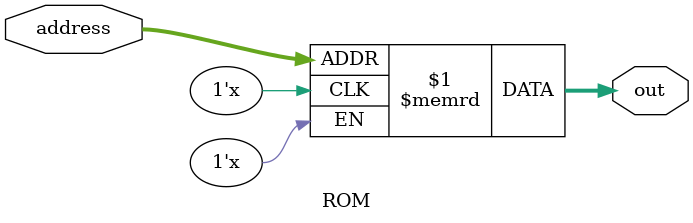
<source format=v>
`timescale 1ns / 1ps
module ROM(
    input [14:0] address,
    output [15:0] out
    );
 
reg[15:0] memory[32787:0];

assign out = memory[address];

endmodule

</source>
